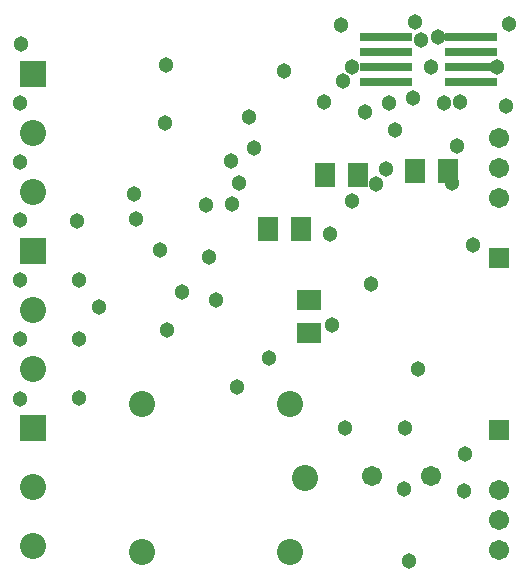
<source format=gbs>
%FSLAX43Y43*%
%MOMM*%
G71*
G01*
G75*
%ADD10C,0.300*%
%ADD11R,1.600X1.800*%
%ADD12R,3.500X0.600*%
%ADD13R,1.600X0.300*%
%ADD14R,1.800X1.600*%
%ADD15R,4.000X3.000*%
%ADD16R,2.300X2.300*%
%ADD17R,0.900X0.950*%
%ADD18R,0.900X0.950*%
%ADD19R,0.850X1.300*%
%ADD20R,0.600X2.200*%
%ADD21R,0.600X2.200*%
%ADD22R,1.600X1.000*%
%ADD23R,5.400X5.500*%
%ADD24C,1.500*%
%ADD25C,0.800*%
%ADD26C,0.400*%
%ADD27C,0.600*%
%ADD28C,0.500*%
%ADD29C,1.000*%
%ADD30C,0.250*%
%ADD31R,1.500X1.500*%
%ADD32C,1.500*%
%ADD33C,2.000*%
%ADD34R,2.000X2.000*%
%ADD35C,1.100*%
%ADD36R,4.200X0.600*%
%ADD37R,1.803X2.003*%
%ADD38R,3.703X0.803*%
%ADD39R,1.803X0.503*%
%ADD40R,2.003X1.803*%
%ADD41R,4.203X3.203*%
%ADD42R,2.503X2.503*%
%ADD43R,1.103X1.153*%
%ADD44R,1.103X1.153*%
%ADD45R,1.053X1.503*%
%ADD46R,0.803X2.403*%
%ADD47R,0.803X2.403*%
%ADD48R,1.803X1.203*%
%ADD49R,5.603X5.703*%
%ADD50R,1.703X1.703*%
%ADD51C,1.703*%
%ADD52C,2.203*%
%ADD53R,2.203X2.203*%
%ADD54C,1.303*%
%ADD55R,4.403X0.803*%
D37*
X28459Y33886D02*
D03*
X31259Y33886D02*
D03*
X36053Y34297D02*
D03*
X38853Y34297D02*
D03*
X26397Y29303D02*
D03*
X23597Y29303D02*
D03*
D40*
X27103Y20503D02*
D03*
X27103Y23303D02*
D03*
D50*
X43159Y26892D02*
D03*
X43141Y12308D02*
D03*
D51*
X43159Y31972D02*
D03*
Y34512D02*
D03*
Y37052D02*
D03*
X43141Y4688D02*
D03*
Y7228D02*
D03*
Y2148D02*
D03*
X37458Y8400D02*
D03*
X32458Y8400D02*
D03*
D52*
X25454Y14492D02*
D03*
Y1992D02*
D03*
X3749Y32501D02*
D03*
X12954Y14492D02*
D03*
X26754Y8292D02*
D03*
X3749Y22501D02*
D03*
X3749Y17501D02*
D03*
X3749Y37501D02*
D03*
X3749Y7501D02*
D03*
Y2501D02*
D03*
X12954Y1992D02*
D03*
D53*
X3749Y27501D02*
D03*
Y42501D02*
D03*
X3749Y12501D02*
D03*
D54*
X32800Y33150D02*
D03*
X36600Y45350D02*
D03*
X31850Y39250D02*
D03*
X34350Y37750D02*
D03*
X39200Y33200D02*
D03*
X40950Y28000D02*
D03*
X32350Y24650D02*
D03*
X28350Y40100D02*
D03*
X28900Y28900D02*
D03*
X20500Y35100D02*
D03*
X21200Y33250D02*
D03*
X40250Y7150D02*
D03*
X40300Y10300D02*
D03*
X12447Y30197D02*
D03*
X18350Y31400D02*
D03*
X21000Y15950D02*
D03*
X20550Y31450D02*
D03*
X15050Y20800D02*
D03*
X19250Y23350D02*
D03*
X18600Y27000D02*
D03*
X14450Y27600D02*
D03*
X7650Y15000D02*
D03*
Y20000D02*
D03*
X7650Y25000D02*
D03*
X9350Y22750D02*
D03*
X16300Y24050D02*
D03*
X2650Y30100D02*
D03*
X2650Y25000D02*
D03*
Y20000D02*
D03*
Y14950D02*
D03*
Y35000D02*
D03*
X2650Y40000D02*
D03*
X23550Y29300D02*
D03*
X37400Y43050D02*
D03*
X38050Y45600D02*
D03*
X38500Y40050D02*
D03*
X35900Y40400D02*
D03*
X39900Y40100D02*
D03*
X30000Y41850D02*
D03*
X43050Y43050D02*
D03*
X39650Y36400D02*
D03*
X30700Y43050D02*
D03*
X30100Y12500D02*
D03*
X35200Y12500D02*
D03*
X36350Y17500D02*
D03*
X35150Y7350D02*
D03*
X35550Y1200D02*
D03*
X33900Y40000D02*
D03*
X33650Y34400D02*
D03*
X30750Y31750D02*
D03*
X2750Y45000D02*
D03*
X15000Y43200D02*
D03*
X14900Y38300D02*
D03*
X12300Y32350D02*
D03*
X22400Y36200D02*
D03*
X22050Y38800D02*
D03*
X25000Y42700D02*
D03*
X29800Y46600D02*
D03*
X44000Y46700D02*
D03*
X43750Y39800D02*
D03*
X36050Y46900D02*
D03*
X23700Y18400D02*
D03*
X29050Y21200D02*
D03*
X7450Y30050D02*
D03*
D55*
X40850Y44335D02*
D03*
Y43065D02*
D03*
Y41795D02*
D03*
X33650Y45605D02*
D03*
Y44335D02*
D03*
Y43065D02*
D03*
Y41795D02*
D03*
X40850Y45605D02*
D03*
M02*

</source>
